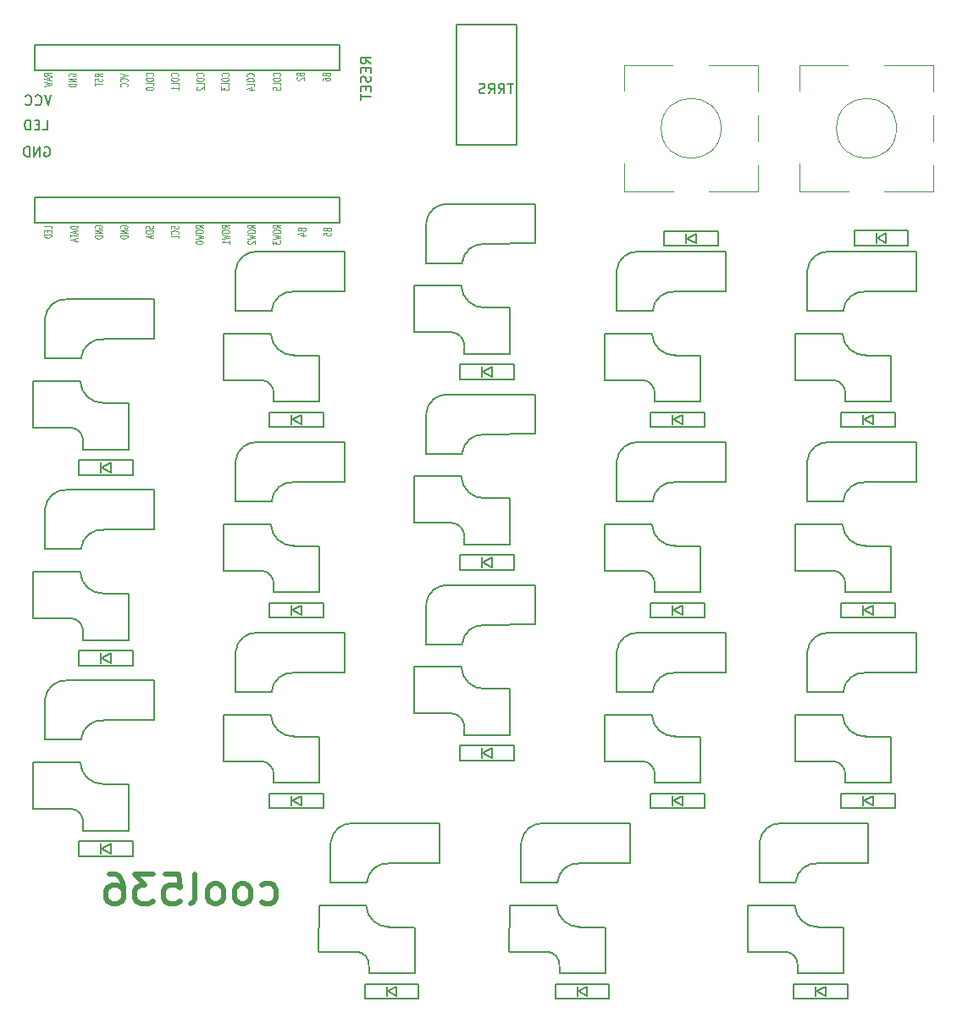
<source format=gbo>
G04 #@! TF.GenerationSoftware,KiCad,Pcbnew,(5.1.6-0-10_14)*
G04 #@! TF.CreationDate,2022-07-31T09:25:34+09:00*
G04 #@! TF.ProjectId,cool536,636f6f6c-3533-4362-9e6b-696361645f70,rev?*
G04 #@! TF.SameCoordinates,Original*
G04 #@! TF.FileFunction,Legend,Bot*
G04 #@! TF.FilePolarity,Positive*
%FSLAX46Y46*%
G04 Gerber Fmt 4.6, Leading zero omitted, Abs format (unit mm)*
G04 Created by KiCad (PCBNEW (5.1.6-0-10_14)) date 2022-07-31 09:25:34*
%MOMM*%
%LPD*%
G01*
G04 APERTURE LIST*
%ADD10C,0.500000*%
%ADD11C,0.150000*%
%ADD12C,0.120000*%
%ADD13C,0.125000*%
G04 APERTURE END LIST*
D10*
X65151428Y-121784285D02*
X65437142Y-121927142D01*
X66008571Y-121927142D01*
X66294285Y-121784285D01*
X66437142Y-121641428D01*
X66580000Y-121355714D01*
X66580000Y-120498571D01*
X66437142Y-120212857D01*
X66294285Y-120070000D01*
X66008571Y-119927142D01*
X65437142Y-119927142D01*
X65151428Y-120070000D01*
X63437142Y-121927142D02*
X63722857Y-121784285D01*
X63865714Y-121641428D01*
X64008571Y-121355714D01*
X64008571Y-120498571D01*
X63865714Y-120212857D01*
X63722857Y-120070000D01*
X63437142Y-119927142D01*
X63008571Y-119927142D01*
X62722857Y-120070000D01*
X62580000Y-120212857D01*
X62437142Y-120498571D01*
X62437142Y-121355714D01*
X62580000Y-121641428D01*
X62722857Y-121784285D01*
X63008571Y-121927142D01*
X63437142Y-121927142D01*
X60722857Y-121927142D02*
X61008571Y-121784285D01*
X61151428Y-121641428D01*
X61294285Y-121355714D01*
X61294285Y-120498571D01*
X61151428Y-120212857D01*
X61008571Y-120070000D01*
X60722857Y-119927142D01*
X60294285Y-119927142D01*
X60008571Y-120070000D01*
X59865714Y-120212857D01*
X59722857Y-120498571D01*
X59722857Y-121355714D01*
X59865714Y-121641428D01*
X60008571Y-121784285D01*
X60294285Y-121927142D01*
X60722857Y-121927142D01*
X58008571Y-121927142D02*
X58294285Y-121784285D01*
X58437142Y-121498571D01*
X58437142Y-118927142D01*
X55437142Y-118927142D02*
X56865714Y-118927142D01*
X57008571Y-120355714D01*
X56865714Y-120212857D01*
X56580000Y-120070000D01*
X55865714Y-120070000D01*
X55580000Y-120212857D01*
X55437142Y-120355714D01*
X55294285Y-120641428D01*
X55294285Y-121355714D01*
X55437142Y-121641428D01*
X55580000Y-121784285D01*
X55865714Y-121927142D01*
X56580000Y-121927142D01*
X56865714Y-121784285D01*
X57008571Y-121641428D01*
X54294285Y-118927142D02*
X52437142Y-118927142D01*
X53437142Y-120070000D01*
X53008571Y-120070000D01*
X52722857Y-120212857D01*
X52580000Y-120355714D01*
X52437142Y-120641428D01*
X52437142Y-121355714D01*
X52580000Y-121641428D01*
X52722857Y-121784285D01*
X53008571Y-121927142D01*
X53865714Y-121927142D01*
X54151428Y-121784285D01*
X54294285Y-121641428D01*
X49865714Y-118927142D02*
X50437142Y-118927142D01*
X50722857Y-119070000D01*
X50865714Y-119212857D01*
X51151428Y-119641428D01*
X51294285Y-120212857D01*
X51294285Y-121355714D01*
X51151428Y-121641428D01*
X51008571Y-121784285D01*
X50722857Y-121927142D01*
X50151428Y-121927142D01*
X49865714Y-121784285D01*
X49722857Y-121641428D01*
X49580000Y-121355714D01*
X49580000Y-120641428D01*
X49722857Y-120355714D01*
X49865714Y-120212857D01*
X50151428Y-120070000D01*
X50722857Y-120070000D01*
X51008571Y-120212857D01*
X51151428Y-120355714D01*
X51294285Y-120641428D01*
D11*
X81550000Y-95974000D02*
X85160000Y-95974000D01*
X81550000Y-92020000D02*
X81550000Y-95965000D01*
X92450000Y-90066000D02*
X83825000Y-90066000D01*
X92450000Y-93974000D02*
X92450000Y-90066000D01*
X92450000Y-94020000D02*
X87400000Y-94066000D01*
X89925000Y-105095000D02*
X85375000Y-105095000D01*
X89925000Y-100445000D02*
X87375000Y-100445000D01*
X85075000Y-98245000D02*
X80375000Y-98245000D01*
X84150000Y-102895000D02*
X80375000Y-102895000D01*
X89950000Y-100470000D02*
X89950000Y-105070000D01*
X80375000Y-98270000D02*
X80350000Y-102870000D01*
X85370000Y-104370000D02*
X85370000Y-105070000D01*
X81561000Y-91950000D02*
G75*
G02*
X83825000Y-90066000I2074000J-190000D01*
G01*
X85165000Y-95950000D02*
G75*
G02*
X87425000Y-94070000I2070000J-190000D01*
G01*
X85080000Y-98270000D02*
G75*
G03*
X87450000Y-100440000I2270000J100000D01*
G01*
X85370000Y-104320000D02*
G75*
G03*
X84150000Y-102900000I-1320000J100000D01*
G01*
X47270000Y-94845000D02*
X47270000Y-95545000D01*
X42275000Y-88745000D02*
X42250000Y-93345000D01*
X51850000Y-90945000D02*
X51850000Y-95545000D01*
X46050000Y-93370000D02*
X42275000Y-93370000D01*
X46975000Y-88720000D02*
X42275000Y-88720000D01*
X51825000Y-90920000D02*
X49275000Y-90920000D01*
X51825000Y-95570000D02*
X47275000Y-95570000D01*
X54350000Y-84495000D02*
X49300000Y-84541000D01*
X54350000Y-84449000D02*
X54350000Y-80541000D01*
X54350000Y-80541000D02*
X45725000Y-80541000D01*
X43450000Y-82495000D02*
X43450000Y-86440000D01*
X43450000Y-86449000D02*
X47060000Y-86449000D01*
X47270000Y-94795000D02*
G75*
G03*
X46050000Y-93375000I-1320000J100000D01*
G01*
X46980000Y-88745000D02*
G75*
G03*
X49350000Y-90915000I2270000J100000D01*
G01*
X47065000Y-86425000D02*
G75*
G02*
X49325000Y-84545000I2070000J-190000D01*
G01*
X43461000Y-82425000D02*
G75*
G02*
X45725000Y-80541000I2074000J-190000D01*
G01*
X62500000Y-81686500D02*
X66110000Y-81686500D01*
X62500000Y-77732500D02*
X62500000Y-81677500D01*
X73400000Y-75778500D02*
X64775000Y-75778500D01*
X73400000Y-79686500D02*
X73400000Y-75778500D01*
X73400000Y-79732500D02*
X68350000Y-79778500D01*
X70875000Y-90807500D02*
X66325000Y-90807500D01*
X70875000Y-86157500D02*
X68325000Y-86157500D01*
X66025000Y-83957500D02*
X61325000Y-83957500D01*
X65100000Y-88607500D02*
X61325000Y-88607500D01*
X70900000Y-86182500D02*
X70900000Y-90782500D01*
X61325000Y-83982500D02*
X61300000Y-88582500D01*
X66320000Y-90082500D02*
X66320000Y-90782500D01*
X62511000Y-77662500D02*
G75*
G02*
X64775000Y-75778500I2074000J-190000D01*
G01*
X66115000Y-81662500D02*
G75*
G02*
X68375000Y-79782500I2070000J-190000D01*
G01*
X66030000Y-83982500D02*
G75*
G03*
X68400000Y-86152500I2270000J100000D01*
G01*
X66320000Y-90032500D02*
G75*
G03*
X65100000Y-88612500I-1320000J100000D01*
G01*
X71300000Y-72782499D02*
X71300000Y-74282499D01*
X65900000Y-72782499D02*
X71300000Y-72782499D01*
X65900000Y-74282499D02*
X65900000Y-72782499D01*
X71300000Y-74282499D02*
X65900000Y-74282499D01*
X68100000Y-74032499D02*
X68100000Y-73032499D01*
X69100000Y-73032499D02*
X68200000Y-73532499D01*
X69100000Y-74032499D02*
X69100000Y-73032499D01*
X68200000Y-73532499D02*
X69100000Y-74032499D01*
X84600000Y-34070000D02*
X90600000Y-34070000D01*
X90600000Y-34070000D02*
X90600000Y-46070000D01*
X90600000Y-46070000D02*
X84600000Y-46070000D01*
X84600000Y-46070000D02*
X84600000Y-34070000D01*
X100600000Y-81686500D02*
X104210000Y-81686500D01*
X100600000Y-77732500D02*
X100600000Y-81677500D01*
X111500000Y-75778500D02*
X102875000Y-75778500D01*
X111500000Y-79686500D02*
X111500000Y-75778500D01*
X111500000Y-79732500D02*
X106450000Y-79778500D01*
X108975000Y-90807500D02*
X104425000Y-90807500D01*
X108975000Y-86157500D02*
X106425000Y-86157500D01*
X104125000Y-83957500D02*
X99425000Y-83957500D01*
X103200000Y-88607500D02*
X99425000Y-88607500D01*
X109000000Y-86182500D02*
X109000000Y-90782500D01*
X99425000Y-83982500D02*
X99400000Y-88582500D01*
X104420000Y-90082500D02*
X104420000Y-90782500D01*
X100611000Y-77662500D02*
G75*
G02*
X102875000Y-75778500I2074000J-190000D01*
G01*
X104215000Y-81662500D02*
G75*
G02*
X106475000Y-79782500I2070000J-190000D01*
G01*
X104130000Y-83982500D02*
G75*
G03*
X106500000Y-86152500I2270000J100000D01*
G01*
X104420000Y-90032500D02*
G75*
G03*
X103200000Y-88612500I-1320000J100000D01*
G01*
X94895000Y-128182500D02*
X94895000Y-128882500D01*
X89900000Y-122082500D02*
X89875000Y-126682500D01*
X99475000Y-124282500D02*
X99475000Y-128882500D01*
X93675000Y-126707500D02*
X89900000Y-126707500D01*
X94600000Y-122057500D02*
X89900000Y-122057500D01*
X99450000Y-124257500D02*
X96900000Y-124257500D01*
X99450000Y-128907500D02*
X94900000Y-128907500D01*
X101975000Y-117832500D02*
X96925000Y-117878500D01*
X101975000Y-117786500D02*
X101975000Y-113878500D01*
X101975000Y-113878500D02*
X93350000Y-113878500D01*
X91075000Y-115832500D02*
X91075000Y-119777500D01*
X91075000Y-119786500D02*
X94685000Y-119786500D01*
X94895000Y-128132500D02*
G75*
G03*
X93675000Y-126712500I-1320000J100000D01*
G01*
X94605000Y-122082500D02*
G75*
G03*
X96975000Y-124252500I2270000J100000D01*
G01*
X94690000Y-119762500D02*
G75*
G02*
X96950000Y-117882500I2070000J-190000D01*
G01*
X91086000Y-115762500D02*
G75*
G02*
X93350000Y-113878500I2074000J-190000D01*
G01*
X75845000Y-128182500D02*
X75845000Y-128882500D01*
X70850000Y-122082500D02*
X70825000Y-126682500D01*
X80425000Y-124282500D02*
X80425000Y-128882500D01*
X74625000Y-126707500D02*
X70850000Y-126707500D01*
X75550000Y-122057500D02*
X70850000Y-122057500D01*
X80400000Y-124257500D02*
X77850000Y-124257500D01*
X80400000Y-128907500D02*
X75850000Y-128907500D01*
X82925000Y-117832500D02*
X77875000Y-117878500D01*
X82925000Y-117786500D02*
X82925000Y-113878500D01*
X82925000Y-113878500D02*
X74300000Y-113878500D01*
X72025000Y-115832500D02*
X72025000Y-119777500D01*
X72025000Y-119786500D02*
X75635000Y-119786500D01*
X75845000Y-128132500D02*
G75*
G03*
X74625000Y-126712500I-1320000J100000D01*
G01*
X75555000Y-122082500D02*
G75*
G03*
X77925000Y-124252500I2270000J100000D01*
G01*
X75640000Y-119762500D02*
G75*
G02*
X77900000Y-117882500I2070000J-190000D01*
G01*
X72036000Y-115762500D02*
G75*
G02*
X74300000Y-113878500I2074000J-190000D01*
G01*
X119650000Y-100736500D02*
X123260000Y-100736500D01*
X119650000Y-96782500D02*
X119650000Y-100727500D01*
X130550000Y-94828500D02*
X121925000Y-94828500D01*
X130550000Y-98736500D02*
X130550000Y-94828500D01*
X130550000Y-98782500D02*
X125500000Y-98828500D01*
X128025000Y-109857500D02*
X123475000Y-109857500D01*
X128025000Y-105207500D02*
X125475000Y-105207500D01*
X123175000Y-103007500D02*
X118475000Y-103007500D01*
X122250000Y-107657500D02*
X118475000Y-107657500D01*
X128050000Y-105232500D02*
X128050000Y-109832500D01*
X118475000Y-103032500D02*
X118450000Y-107632500D01*
X123470000Y-109132500D02*
X123470000Y-109832500D01*
X119661000Y-96712500D02*
G75*
G02*
X121925000Y-94828500I2074000J-190000D01*
G01*
X123265000Y-100712500D02*
G75*
G02*
X125525000Y-98832500I2070000J-190000D01*
G01*
X123180000Y-103032500D02*
G75*
G03*
X125550000Y-105202500I2270000J100000D01*
G01*
X123470000Y-109082500D02*
G75*
G03*
X122250000Y-107662500I-1320000J100000D01*
G01*
X119650000Y-62636499D02*
X123260000Y-62636499D01*
X119650000Y-58682499D02*
X119650000Y-62627499D01*
X130550000Y-56728499D02*
X121925000Y-56728499D01*
X130550000Y-60636499D02*
X130550000Y-56728499D01*
X130550000Y-60682499D02*
X125500000Y-60728499D01*
X128025000Y-71757499D02*
X123475000Y-71757499D01*
X128025000Y-67107499D02*
X125475000Y-67107499D01*
X123175000Y-64907499D02*
X118475000Y-64907499D01*
X122250000Y-69557499D02*
X118475000Y-69557499D01*
X128050000Y-67132499D02*
X128050000Y-71732499D01*
X118475000Y-64932499D02*
X118450000Y-69532499D01*
X123470000Y-71032499D02*
X123470000Y-71732499D01*
X119661000Y-58612499D02*
G75*
G02*
X121925000Y-56728499I2074000J-190000D01*
G01*
X123265000Y-62612499D02*
G75*
G02*
X125525000Y-60732499I2070000J-190000D01*
G01*
X123180000Y-64932499D02*
G75*
G03*
X125550000Y-67102499I2270000J100000D01*
G01*
X123470000Y-70982499D02*
G75*
G03*
X122250000Y-69562499I-1320000J100000D01*
G01*
X66320000Y-109132500D02*
X66320000Y-109832500D01*
X61325000Y-103032500D02*
X61300000Y-107632500D01*
X70900000Y-105232500D02*
X70900000Y-109832500D01*
X65100000Y-107657500D02*
X61325000Y-107657500D01*
X66025000Y-103007500D02*
X61325000Y-103007500D01*
X70875000Y-105207500D02*
X68325000Y-105207500D01*
X70875000Y-109857500D02*
X66325000Y-109857500D01*
X73400000Y-98782500D02*
X68350000Y-98828500D01*
X73400000Y-98736500D02*
X73400000Y-94828500D01*
X73400000Y-94828500D02*
X64775000Y-94828500D01*
X62500000Y-96782500D02*
X62500000Y-100727500D01*
X62500000Y-100736500D02*
X66110000Y-100736500D01*
X66320000Y-109082500D02*
G75*
G03*
X65100000Y-107662500I-1320000J100000D01*
G01*
X66030000Y-103032500D02*
G75*
G03*
X68400000Y-105202500I2270000J100000D01*
G01*
X66115000Y-100712500D02*
G75*
G02*
X68375000Y-98832500I2070000J-190000D01*
G01*
X62511000Y-96712500D02*
G75*
G02*
X64775000Y-94828500I2074000J-190000D01*
G01*
X100600000Y-100736500D02*
X104210000Y-100736500D01*
X100600000Y-96782500D02*
X100600000Y-100727500D01*
X111500000Y-94828500D02*
X102875000Y-94828500D01*
X111500000Y-98736500D02*
X111500000Y-94828500D01*
X111500000Y-98782500D02*
X106450000Y-98828500D01*
X108975000Y-109857500D02*
X104425000Y-109857500D01*
X108975000Y-105207500D02*
X106425000Y-105207500D01*
X104125000Y-103007500D02*
X99425000Y-103007500D01*
X103200000Y-107657500D02*
X99425000Y-107657500D01*
X109000000Y-105232500D02*
X109000000Y-109832500D01*
X99425000Y-103032500D02*
X99400000Y-107632500D01*
X104420000Y-109132500D02*
X104420000Y-109832500D01*
X100611000Y-96712500D02*
G75*
G02*
X102875000Y-94828500I2074000J-190000D01*
G01*
X104215000Y-100712500D02*
G75*
G02*
X106475000Y-98832500I2070000J-190000D01*
G01*
X104130000Y-103032500D02*
G75*
G03*
X106500000Y-105202500I2270000J100000D01*
G01*
X104420000Y-109082500D02*
G75*
G03*
X103200000Y-107662500I-1320000J100000D01*
G01*
X119650000Y-81686500D02*
X123260000Y-81686500D01*
X119650000Y-77732500D02*
X119650000Y-81677500D01*
X130550000Y-75778500D02*
X121925000Y-75778500D01*
X130550000Y-79686500D02*
X130550000Y-75778500D01*
X130550000Y-79732500D02*
X125500000Y-79778500D01*
X128025000Y-90807500D02*
X123475000Y-90807500D01*
X128025000Y-86157500D02*
X125475000Y-86157500D01*
X123175000Y-83957500D02*
X118475000Y-83957500D01*
X122250000Y-88607500D02*
X118475000Y-88607500D01*
X128050000Y-86182500D02*
X128050000Y-90782500D01*
X118475000Y-83982500D02*
X118450000Y-88582500D01*
X123470000Y-90082500D02*
X123470000Y-90782500D01*
X119661000Y-77662500D02*
G75*
G02*
X121925000Y-75778500I2074000J-190000D01*
G01*
X123265000Y-81662500D02*
G75*
G02*
X125525000Y-79782500I2070000J-190000D01*
G01*
X123180000Y-83982500D02*
G75*
G03*
X125550000Y-86152500I2270000J100000D01*
G01*
X123470000Y-90032500D02*
G75*
G03*
X122250000Y-88612500I-1320000J100000D01*
G01*
X43450000Y-105499000D02*
X47060000Y-105499000D01*
X43450000Y-101545000D02*
X43450000Y-105490000D01*
X54350000Y-99591000D02*
X45725000Y-99591000D01*
X54350000Y-103499000D02*
X54350000Y-99591000D01*
X54350000Y-103545000D02*
X49300000Y-103591000D01*
X51825000Y-114620000D02*
X47275000Y-114620000D01*
X51825000Y-109970000D02*
X49275000Y-109970000D01*
X46975000Y-107770000D02*
X42275000Y-107770000D01*
X46050000Y-112420000D02*
X42275000Y-112420000D01*
X51850000Y-109995000D02*
X51850000Y-114595000D01*
X42275000Y-107795000D02*
X42250000Y-112395000D01*
X47270000Y-113895000D02*
X47270000Y-114595000D01*
X43461000Y-101475000D02*
G75*
G02*
X45725000Y-99591000I2074000J-190000D01*
G01*
X47065000Y-105475000D02*
G75*
G02*
X49325000Y-103595000I2070000J-190000D01*
G01*
X46980000Y-107795000D02*
G75*
G03*
X49350000Y-109965000I2270000J100000D01*
G01*
X47270000Y-113845000D02*
G75*
G03*
X46050000Y-112425000I-1320000J100000D01*
G01*
X81550000Y-76924000D02*
X85160000Y-76924000D01*
X81550000Y-72970000D02*
X81550000Y-76915000D01*
X92450000Y-71016000D02*
X83825000Y-71016000D01*
X92450000Y-74924000D02*
X92450000Y-71016000D01*
X92450000Y-74970000D02*
X87400000Y-75016000D01*
X89925000Y-86045000D02*
X85375000Y-86045000D01*
X89925000Y-81395000D02*
X87375000Y-81395000D01*
X85075000Y-79195000D02*
X80375000Y-79195000D01*
X84150000Y-83845000D02*
X80375000Y-83845000D01*
X89950000Y-81420000D02*
X89950000Y-86020000D01*
X80375000Y-79220000D02*
X80350000Y-83820000D01*
X85370000Y-85320000D02*
X85370000Y-86020000D01*
X81561000Y-72900000D02*
G75*
G02*
X83825000Y-71016000I2074000J-190000D01*
G01*
X85165000Y-76900000D02*
G75*
G02*
X87425000Y-75020000I2070000J-190000D01*
G01*
X85080000Y-79220000D02*
G75*
G03*
X87450000Y-81390000I2270000J100000D01*
G01*
X85370000Y-85270000D02*
G75*
G03*
X84150000Y-83850000I-1320000J100000D01*
G01*
X109400000Y-91832500D02*
X109400000Y-93332500D01*
X104000000Y-91832500D02*
X109400000Y-91832500D01*
X104000000Y-93332500D02*
X104000000Y-91832500D01*
X109400000Y-93332500D02*
X104000000Y-93332500D01*
X106200000Y-93082500D02*
X106200000Y-92082500D01*
X107200000Y-92082500D02*
X106300000Y-92582500D01*
X107200000Y-93082500D02*
X107200000Y-92082500D01*
X106300000Y-92582500D02*
X107200000Y-93082500D01*
X128450000Y-91832500D02*
X128450000Y-93332500D01*
X123050000Y-91832500D02*
X128450000Y-91832500D01*
X123050000Y-93332500D02*
X123050000Y-91832500D01*
X128450000Y-93332500D02*
X123050000Y-93332500D01*
X125250000Y-93082500D02*
X125250000Y-92082500D01*
X126250000Y-92082500D02*
X125350000Y-92582500D01*
X126250000Y-93082500D02*
X126250000Y-92082500D01*
X125350000Y-92582500D02*
X126250000Y-93082500D01*
X99875000Y-129932500D02*
X99875000Y-131432500D01*
X94475000Y-129932500D02*
X99875000Y-129932500D01*
X94475000Y-131432500D02*
X94475000Y-129932500D01*
X99875000Y-131432500D02*
X94475000Y-131432500D01*
X96675000Y-131182500D02*
X96675000Y-130182500D01*
X97675000Y-130182500D02*
X96775000Y-130682500D01*
X97675000Y-131182500D02*
X97675000Y-130182500D01*
X96775000Y-130682500D02*
X97675000Y-131182500D01*
X123688000Y-129932500D02*
X123688000Y-131432500D01*
X118288000Y-129932500D02*
X123688000Y-129932500D01*
X118288000Y-131432500D02*
X118288000Y-129932500D01*
X123688000Y-131432500D02*
X118288000Y-131432500D01*
X120488000Y-131182500D02*
X120488000Y-130182500D01*
X121488000Y-130182500D02*
X120588000Y-130682500D01*
X121488000Y-131182500D02*
X121488000Y-130182500D01*
X120588000Y-130682500D02*
X121488000Y-131182500D01*
X110720000Y-56170000D02*
X110720000Y-54670000D01*
X105320000Y-56170000D02*
X110720000Y-56170000D01*
X105320000Y-54670000D02*
X105320000Y-56170000D01*
X110720000Y-54670000D02*
X105320000Y-54670000D01*
X107520000Y-54920000D02*
X107520000Y-55920000D01*
X108520000Y-55920000D02*
X107620000Y-55420000D01*
X108520000Y-54920000D02*
X108520000Y-55920000D01*
X107620000Y-55420000D02*
X108520000Y-54920000D01*
X129760000Y-56150000D02*
X129760000Y-54650000D01*
X124360000Y-56150000D02*
X129760000Y-56150000D01*
X124360000Y-54650000D02*
X124360000Y-56150000D01*
X129760000Y-54650000D02*
X124360000Y-54650000D01*
X126560000Y-54900000D02*
X126560000Y-55900000D01*
X127560000Y-55900000D02*
X126660000Y-55400000D01*
X127560000Y-54900000D02*
X127560000Y-55900000D01*
X126660000Y-55400000D02*
X127560000Y-54900000D01*
D12*
X118890000Y-50710000D02*
X118890000Y-47910000D01*
X123790000Y-50710000D02*
X118890000Y-50710000D01*
X132290000Y-50710000D02*
X127390000Y-50710000D01*
X132290000Y-48110000D02*
X132290000Y-50710000D01*
X132290000Y-43110000D02*
X132290000Y-45710000D01*
X132290000Y-38110000D02*
X132290000Y-40710000D01*
X127390000Y-38110000D02*
X132290000Y-38110000D01*
X123690000Y-38110000D02*
X118890000Y-38110000D01*
X118890000Y-38110000D02*
X118890000Y-40610000D01*
X128590000Y-44410000D02*
G75*
G03*
X128590000Y-44410000I-3000000J0D01*
G01*
X114760000Y-43110000D02*
X114760000Y-45710000D01*
X114760000Y-50710000D02*
X109860000Y-50710000D01*
X114760000Y-48110000D02*
X114760000Y-50710000D01*
X114760000Y-38110000D02*
X114760000Y-40710000D01*
X109860000Y-38110000D02*
X114760000Y-38110000D01*
X106160000Y-38110000D02*
X101360000Y-38110000D01*
X101360000Y-38110000D02*
X101360000Y-40610000D01*
X111060000Y-44410000D02*
G75*
G03*
X111060000Y-44410000I-3000000J0D01*
G01*
X106260000Y-50710000D02*
X101360000Y-50710000D01*
X101360000Y-50710000D02*
X101360000Y-47910000D01*
D11*
X52250000Y-115645000D02*
X52250000Y-117145000D01*
X46850000Y-115645000D02*
X52250000Y-115645000D01*
X46850000Y-117145000D02*
X46850000Y-115645000D01*
X52250000Y-117145000D02*
X46850000Y-117145000D01*
X49050000Y-116895000D02*
X49050000Y-115895000D01*
X50050000Y-115895000D02*
X49150000Y-116395000D01*
X50050000Y-116895000D02*
X50050000Y-115895000D01*
X49150000Y-116395000D02*
X50050000Y-116895000D01*
X90350000Y-68020000D02*
X90350000Y-69520000D01*
X84950000Y-68020000D02*
X90350000Y-68020000D01*
X84950000Y-69520000D02*
X84950000Y-68020000D01*
X90350000Y-69520000D02*
X84950000Y-69520000D01*
X87150000Y-69270000D02*
X87150000Y-68270000D01*
X88150000Y-68270000D02*
X87250000Y-68770000D01*
X88150000Y-69270000D02*
X88150000Y-68270000D01*
X87250000Y-68770000D02*
X88150000Y-69270000D01*
X109400000Y-72782499D02*
X109400000Y-74282499D01*
X104000000Y-72782499D02*
X109400000Y-72782499D01*
X104000000Y-74282499D02*
X104000000Y-72782499D01*
X109400000Y-74282499D02*
X104000000Y-74282499D01*
X106200000Y-74032499D02*
X106200000Y-73032499D01*
X107200000Y-73032499D02*
X106300000Y-73532499D01*
X107200000Y-74032499D02*
X107200000Y-73032499D01*
X106300000Y-73532499D02*
X107200000Y-74032499D01*
X52250000Y-96595000D02*
X52250000Y-98095000D01*
X46850000Y-96595000D02*
X52250000Y-96595000D01*
X46850000Y-98095000D02*
X46850000Y-96595000D01*
X52250000Y-98095000D02*
X46850000Y-98095000D01*
X49050000Y-97845000D02*
X49050000Y-96845000D01*
X50050000Y-96845000D02*
X49150000Y-97345000D01*
X50050000Y-97845000D02*
X50050000Y-96845000D01*
X49150000Y-97345000D02*
X50050000Y-97845000D01*
X128450000Y-72782499D02*
X128450000Y-74282499D01*
X123050000Y-72782499D02*
X128450000Y-72782499D01*
X123050000Y-74282499D02*
X123050000Y-72782499D01*
X128450000Y-74282499D02*
X123050000Y-74282499D01*
X125250000Y-74032499D02*
X125250000Y-73032499D01*
X126250000Y-73032499D02*
X125350000Y-73532499D01*
X126250000Y-74032499D02*
X126250000Y-73032499D01*
X125350000Y-73532499D02*
X126250000Y-74032499D01*
X90350000Y-87070000D02*
X90350000Y-88570000D01*
X84950000Y-87070000D02*
X90350000Y-87070000D01*
X84950000Y-88570000D02*
X84950000Y-87070000D01*
X90350000Y-88570000D02*
X84950000Y-88570000D01*
X87150000Y-88320000D02*
X87150000Y-87320000D01*
X88150000Y-87320000D02*
X87250000Y-87820000D01*
X88150000Y-88320000D02*
X88150000Y-87320000D01*
X87250000Y-87820000D02*
X88150000Y-88320000D01*
X71300000Y-91832500D02*
X71300000Y-93332500D01*
X65900000Y-91832500D02*
X71300000Y-91832500D01*
X65900000Y-93332500D02*
X65900000Y-91832500D01*
X71300000Y-93332500D02*
X65900000Y-93332500D01*
X68100000Y-93082500D02*
X68100000Y-92082500D01*
X69100000Y-92082500D02*
X68200000Y-92582500D01*
X69100000Y-93082500D02*
X69100000Y-92082500D01*
X68200000Y-92582500D02*
X69100000Y-93082500D01*
X71300000Y-110882500D02*
X71300000Y-112382500D01*
X65900000Y-110882500D02*
X71300000Y-110882500D01*
X65900000Y-112382500D02*
X65900000Y-110882500D01*
X71300000Y-112382500D02*
X65900000Y-112382500D01*
X68100000Y-112132500D02*
X68100000Y-111132500D01*
X69100000Y-111132500D02*
X68200000Y-111632500D01*
X69100000Y-112132500D02*
X69100000Y-111132500D01*
X68200000Y-111632500D02*
X69100000Y-112132500D01*
X90350000Y-106120000D02*
X90350000Y-107620000D01*
X84950000Y-106120000D02*
X90350000Y-106120000D01*
X84950000Y-107620000D02*
X84950000Y-106120000D01*
X90350000Y-107620000D02*
X84950000Y-107620000D01*
X87150000Y-107370000D02*
X87150000Y-106370000D01*
X88150000Y-106370000D02*
X87250000Y-106870000D01*
X88150000Y-107370000D02*
X88150000Y-106370000D01*
X87250000Y-106870000D02*
X88150000Y-107370000D01*
X109400000Y-110882500D02*
X109400000Y-112382500D01*
X104000000Y-110882500D02*
X109400000Y-110882500D01*
X104000000Y-112382500D02*
X104000000Y-110882500D01*
X109400000Y-112382500D02*
X104000000Y-112382500D01*
X106200000Y-112132500D02*
X106200000Y-111132500D01*
X107200000Y-111132500D02*
X106300000Y-111632500D01*
X107200000Y-112132500D02*
X107200000Y-111132500D01*
X106300000Y-111632500D02*
X107200000Y-112132500D01*
X128450000Y-110882500D02*
X128450000Y-112382500D01*
X123050000Y-110882500D02*
X128450000Y-110882500D01*
X123050000Y-112382500D02*
X123050000Y-110882500D01*
X128450000Y-112382500D02*
X123050000Y-112382500D01*
X125250000Y-112132500D02*
X125250000Y-111132500D01*
X126250000Y-111132500D02*
X125350000Y-111632500D01*
X126250000Y-112132500D02*
X126250000Y-111132500D01*
X125350000Y-111632500D02*
X126250000Y-112132500D01*
X80825000Y-129932500D02*
X80825000Y-131432500D01*
X75425000Y-129932500D02*
X80825000Y-129932500D01*
X75425000Y-131432500D02*
X75425000Y-129932500D01*
X80825000Y-131432500D02*
X75425000Y-131432500D01*
X77625000Y-131182500D02*
X77625000Y-130182500D01*
X78625000Y-130182500D02*
X77725000Y-130682500D01*
X78625000Y-131182500D02*
X78625000Y-130182500D01*
X77725000Y-130682500D02*
X78625000Y-131182500D01*
X72902000Y-53870000D02*
X42422000Y-53870000D01*
X72902000Y-51330000D02*
X72902000Y-53870000D01*
X42422000Y-51330000D02*
X72902000Y-51330000D01*
X42422000Y-53870000D02*
X42422000Y-51330000D01*
X72902000Y-38630000D02*
X42422000Y-38630000D01*
X72902000Y-36090000D02*
X72902000Y-38630000D01*
X42422000Y-36090000D02*
X72902000Y-36090000D01*
X42422000Y-38630000D02*
X42422000Y-36090000D01*
X52250000Y-77545000D02*
X52250000Y-79045000D01*
X46850000Y-77545000D02*
X52250000Y-77545000D01*
X46850000Y-79045000D02*
X46850000Y-77545000D01*
X52250000Y-79045000D02*
X46850000Y-79045000D01*
X49050000Y-78795000D02*
X49050000Y-77795000D01*
X50050000Y-77795000D02*
X49150000Y-78295000D01*
X50050000Y-78795000D02*
X50050000Y-77795000D01*
X49150000Y-78295000D02*
X50050000Y-78795000D01*
X114888000Y-119786500D02*
X118498000Y-119786500D01*
X114888000Y-115832500D02*
X114888000Y-119777500D01*
X125788000Y-113878500D02*
X117163000Y-113878500D01*
X125788000Y-117786500D02*
X125788000Y-113878500D01*
X125788000Y-117832500D02*
X120738000Y-117878500D01*
X123263000Y-128907500D02*
X118713000Y-128907500D01*
X123263000Y-124257500D02*
X120713000Y-124257500D01*
X118413000Y-122057500D02*
X113713000Y-122057500D01*
X117488000Y-126707500D02*
X113713000Y-126707500D01*
X123288000Y-124282500D02*
X123288000Y-128882500D01*
X113713000Y-122082500D02*
X113688000Y-126682500D01*
X118708000Y-128182500D02*
X118708000Y-128882500D01*
X114899000Y-115762500D02*
G75*
G02*
X117163000Y-113878500I2074000J-190000D01*
G01*
X118503000Y-119762500D02*
G75*
G02*
X120763000Y-117882500I2070000J-190000D01*
G01*
X118418000Y-122082500D02*
G75*
G03*
X120788000Y-124252500I2270000J100000D01*
G01*
X118708000Y-128132500D02*
G75*
G03*
X117488000Y-126712500I-1320000J100000D01*
G01*
X66320000Y-71032499D02*
X66320000Y-71732499D01*
X61325000Y-64932499D02*
X61300000Y-69532499D01*
X70900000Y-67132499D02*
X70900000Y-71732499D01*
X65100000Y-69557499D02*
X61325000Y-69557499D01*
X66025000Y-64907499D02*
X61325000Y-64907499D01*
X70875000Y-67107499D02*
X68325000Y-67107499D01*
X70875000Y-71757499D02*
X66325000Y-71757499D01*
X73400000Y-60682499D02*
X68350000Y-60728499D01*
X73400000Y-60636499D02*
X73400000Y-56728499D01*
X73400000Y-56728499D02*
X64775000Y-56728499D01*
X62500000Y-58682499D02*
X62500000Y-62627499D01*
X62500000Y-62636499D02*
X66110000Y-62636499D01*
X66320000Y-70982499D02*
G75*
G03*
X65100000Y-69562499I-1320000J100000D01*
G01*
X66030000Y-64932499D02*
G75*
G03*
X68400000Y-67102499I2270000J100000D01*
G01*
X66115000Y-62612499D02*
G75*
G02*
X68375000Y-60732499I2070000J-190000D01*
G01*
X62511000Y-58612499D02*
G75*
G02*
X64775000Y-56728499I2074000J-190000D01*
G01*
X85370000Y-66270000D02*
X85370000Y-66970000D01*
X80375000Y-60170000D02*
X80350000Y-64770000D01*
X89950000Y-62370000D02*
X89950000Y-66970000D01*
X84150000Y-64795000D02*
X80375000Y-64795000D01*
X85075000Y-60145000D02*
X80375000Y-60145000D01*
X89925000Y-62345000D02*
X87375000Y-62345000D01*
X89925000Y-66995000D02*
X85375000Y-66995000D01*
X92450000Y-55920000D02*
X87400000Y-55966000D01*
X92450000Y-55874000D02*
X92450000Y-51966000D01*
X92450000Y-51966000D02*
X83825000Y-51966000D01*
X81550000Y-53920000D02*
X81550000Y-57865000D01*
X81550000Y-57874000D02*
X85160000Y-57874000D01*
X85370000Y-66220000D02*
G75*
G03*
X84150000Y-64800000I-1320000J100000D01*
G01*
X85080000Y-60170000D02*
G75*
G03*
X87450000Y-62340000I2270000J100000D01*
G01*
X85165000Y-57850000D02*
G75*
G02*
X87425000Y-55970000I2070000J-190000D01*
G01*
X81561000Y-53850000D02*
G75*
G02*
X83825000Y-51966000I2074000J-190000D01*
G01*
X104420000Y-71032499D02*
X104420000Y-71732499D01*
X99425000Y-64932499D02*
X99400000Y-69532499D01*
X109000000Y-67132499D02*
X109000000Y-71732499D01*
X103200000Y-69557499D02*
X99425000Y-69557499D01*
X104125000Y-64907499D02*
X99425000Y-64907499D01*
X108975000Y-67107499D02*
X106425000Y-67107499D01*
X108975000Y-71757499D02*
X104425000Y-71757499D01*
X111500000Y-60682499D02*
X106450000Y-60728499D01*
X111500000Y-60636499D02*
X111500000Y-56728499D01*
X111500000Y-56728499D02*
X102875000Y-56728499D01*
X100600000Y-58682499D02*
X100600000Y-62627499D01*
X100600000Y-62636499D02*
X104210000Y-62636499D01*
X104420000Y-70982499D02*
G75*
G03*
X103200000Y-69562499I-1320000J100000D01*
G01*
X104130000Y-64932499D02*
G75*
G03*
X106500000Y-67102499I2270000J100000D01*
G01*
X104215000Y-62612499D02*
G75*
G02*
X106475000Y-60732499I2070000J-190000D01*
G01*
X100611000Y-58612499D02*
G75*
G02*
X102875000Y-56728499I2074000J-190000D01*
G01*
X47270000Y-75795000D02*
X47270000Y-76495000D01*
X42275000Y-69695000D02*
X42250000Y-74295000D01*
X51850000Y-71895000D02*
X51850000Y-76495000D01*
X46050000Y-74320000D02*
X42275000Y-74320000D01*
X46975000Y-69670000D02*
X42275000Y-69670000D01*
X51825000Y-71870000D02*
X49275000Y-71870000D01*
X51825000Y-76520000D02*
X47275000Y-76520000D01*
X54350000Y-65445000D02*
X49300000Y-65491000D01*
X54350000Y-65399000D02*
X54350000Y-61491000D01*
X54350000Y-61491000D02*
X45725000Y-61491000D01*
X43450000Y-63445000D02*
X43450000Y-67390000D01*
X43450000Y-67399000D02*
X47060000Y-67399000D01*
X47270000Y-75745000D02*
G75*
G03*
X46050000Y-74325000I-1320000J100000D01*
G01*
X46980000Y-69695000D02*
G75*
G03*
X49350000Y-71865000I2270000J100000D01*
G01*
X47065000Y-67375000D02*
G75*
G02*
X49325000Y-65495000I2070000J-190000D01*
G01*
X43461000Y-63375000D02*
G75*
G02*
X45725000Y-61491000I2074000J-190000D01*
G01*
X76022380Y-37937619D02*
X75546190Y-37604285D01*
X76022380Y-37366190D02*
X75022380Y-37366190D01*
X75022380Y-37747142D01*
X75070000Y-37842380D01*
X75117619Y-37890000D01*
X75212857Y-37937619D01*
X75355714Y-37937619D01*
X75450952Y-37890000D01*
X75498571Y-37842380D01*
X75546190Y-37747142D01*
X75546190Y-37366190D01*
X75498571Y-38366190D02*
X75498571Y-38699523D01*
X76022380Y-38842380D02*
X76022380Y-38366190D01*
X75022380Y-38366190D01*
X75022380Y-38842380D01*
X75974761Y-39223333D02*
X76022380Y-39366190D01*
X76022380Y-39604285D01*
X75974761Y-39699523D01*
X75927142Y-39747142D01*
X75831904Y-39794761D01*
X75736666Y-39794761D01*
X75641428Y-39747142D01*
X75593809Y-39699523D01*
X75546190Y-39604285D01*
X75498571Y-39413809D01*
X75450952Y-39318571D01*
X75403333Y-39270952D01*
X75308095Y-39223333D01*
X75212857Y-39223333D01*
X75117619Y-39270952D01*
X75070000Y-39318571D01*
X75022380Y-39413809D01*
X75022380Y-39651904D01*
X75070000Y-39794761D01*
X75498571Y-40223333D02*
X75498571Y-40556666D01*
X76022380Y-40699523D02*
X76022380Y-40223333D01*
X75022380Y-40223333D01*
X75022380Y-40699523D01*
X75022380Y-40985238D02*
X75022380Y-41556666D01*
X76022380Y-41270952D02*
X75022380Y-41270952D01*
X90286404Y-39935880D02*
X89714976Y-39935880D01*
X90000690Y-40935880D02*
X90000690Y-39935880D01*
X88810214Y-40935880D02*
X89143547Y-40459690D01*
X89381642Y-40935880D02*
X89381642Y-39935880D01*
X89000690Y-39935880D01*
X88905452Y-39983500D01*
X88857833Y-40031119D01*
X88810214Y-40126357D01*
X88810214Y-40269214D01*
X88857833Y-40364452D01*
X88905452Y-40412071D01*
X89000690Y-40459690D01*
X89381642Y-40459690D01*
X87810214Y-40935880D02*
X88143547Y-40459690D01*
X88381642Y-40935880D02*
X88381642Y-39935880D01*
X88000690Y-39935880D01*
X87905452Y-39983500D01*
X87857833Y-40031119D01*
X87810214Y-40126357D01*
X87810214Y-40269214D01*
X87857833Y-40364452D01*
X87905452Y-40412071D01*
X88000690Y-40459690D01*
X88381642Y-40459690D01*
X87429261Y-40888261D02*
X87286404Y-40935880D01*
X87048309Y-40935880D01*
X86953071Y-40888261D01*
X86905452Y-40840642D01*
X86857833Y-40745404D01*
X86857833Y-40650166D01*
X86905452Y-40554928D01*
X86953071Y-40507309D01*
X87048309Y-40459690D01*
X87238785Y-40412071D01*
X87334023Y-40364452D01*
X87381642Y-40316833D01*
X87429261Y-40221595D01*
X87429261Y-40126357D01*
X87381642Y-40031119D01*
X87334023Y-39983500D01*
X87238785Y-39935880D01*
X87000690Y-39935880D01*
X86857833Y-39983500D01*
X43411904Y-46280000D02*
X43507142Y-46232380D01*
X43650000Y-46232380D01*
X43792857Y-46280000D01*
X43888095Y-46375238D01*
X43935714Y-46470476D01*
X43983333Y-46660952D01*
X43983333Y-46803809D01*
X43935714Y-46994285D01*
X43888095Y-47089523D01*
X43792857Y-47184761D01*
X43650000Y-47232380D01*
X43554761Y-47232380D01*
X43411904Y-47184761D01*
X43364285Y-47137142D01*
X43364285Y-46803809D01*
X43554761Y-46803809D01*
X42935714Y-47232380D02*
X42935714Y-46232380D01*
X42364285Y-47232380D01*
X42364285Y-46232380D01*
X41888095Y-47232380D02*
X41888095Y-46232380D01*
X41650000Y-46232380D01*
X41507142Y-46280000D01*
X41411904Y-46375238D01*
X41364285Y-46470476D01*
X41316666Y-46660952D01*
X41316666Y-46803809D01*
X41364285Y-46994285D01*
X41411904Y-47089523D01*
X41507142Y-47184761D01*
X41650000Y-47232380D01*
X41888095Y-47232380D01*
X43232857Y-44572380D02*
X43709047Y-44572380D01*
X43709047Y-43572380D01*
X42899523Y-44048571D02*
X42566190Y-44048571D01*
X42423333Y-44572380D02*
X42899523Y-44572380D01*
X42899523Y-43572380D01*
X42423333Y-43572380D01*
X41994761Y-44572380D02*
X41994761Y-43572380D01*
X41756666Y-43572380D01*
X41613809Y-43620000D01*
X41518571Y-43715238D01*
X41470952Y-43810476D01*
X41423333Y-44000952D01*
X41423333Y-44143809D01*
X41470952Y-44334285D01*
X41518571Y-44429523D01*
X41613809Y-44524761D01*
X41756666Y-44572380D01*
X41994761Y-44572380D01*
X44083333Y-41102380D02*
X43750000Y-42102380D01*
X43416666Y-41102380D01*
X42511904Y-42007142D02*
X42559523Y-42054761D01*
X42702380Y-42102380D01*
X42797619Y-42102380D01*
X42940476Y-42054761D01*
X43035714Y-41959523D01*
X43083333Y-41864285D01*
X43130952Y-41673809D01*
X43130952Y-41530952D01*
X43083333Y-41340476D01*
X43035714Y-41245238D01*
X42940476Y-41150000D01*
X42797619Y-41102380D01*
X42702380Y-41102380D01*
X42559523Y-41150000D01*
X42511904Y-41197619D01*
X41511904Y-42007142D02*
X41559523Y-42054761D01*
X41702380Y-42102380D01*
X41797619Y-42102380D01*
X41940476Y-42054761D01*
X42035714Y-41959523D01*
X42083333Y-41864285D01*
X42130952Y-41673809D01*
X42130952Y-41530952D01*
X42083333Y-41340476D01*
X42035714Y-41245238D01*
X41940476Y-41150000D01*
X41797619Y-41102380D01*
X41702380Y-41102380D01*
X41559523Y-41150000D01*
X41511904Y-41197619D01*
D13*
X61874785Y-54379047D02*
X61517642Y-54212380D01*
X61874785Y-54093333D02*
X61124785Y-54093333D01*
X61124785Y-54283809D01*
X61160500Y-54331428D01*
X61196214Y-54355238D01*
X61267642Y-54379047D01*
X61374785Y-54379047D01*
X61446214Y-54355238D01*
X61481928Y-54331428D01*
X61517642Y-54283809D01*
X61517642Y-54093333D01*
X61124785Y-54688571D02*
X61124785Y-54783809D01*
X61160500Y-54831428D01*
X61231928Y-54879047D01*
X61374785Y-54902857D01*
X61624785Y-54902857D01*
X61767642Y-54879047D01*
X61839071Y-54831428D01*
X61874785Y-54783809D01*
X61874785Y-54688571D01*
X61839071Y-54640952D01*
X61767642Y-54593333D01*
X61624785Y-54569523D01*
X61374785Y-54569523D01*
X61231928Y-54593333D01*
X61160500Y-54640952D01*
X61124785Y-54688571D01*
X61124785Y-55069523D02*
X61874785Y-55188571D01*
X61339071Y-55283809D01*
X61874785Y-55379047D01*
X61124785Y-55498095D01*
X61874785Y-55950476D02*
X61874785Y-55664761D01*
X61874785Y-55807619D02*
X61124785Y-55807619D01*
X61231928Y-55760000D01*
X61303357Y-55712380D01*
X61339071Y-55664761D01*
X64279857Y-39212380D02*
X64315571Y-39188571D01*
X64351285Y-39117142D01*
X64351285Y-39069523D01*
X64315571Y-38998095D01*
X64244142Y-38950476D01*
X64172714Y-38926666D01*
X64029857Y-38902857D01*
X63922714Y-38902857D01*
X63779857Y-38926666D01*
X63708428Y-38950476D01*
X63637000Y-38998095D01*
X63601285Y-39069523D01*
X63601285Y-39117142D01*
X63637000Y-39188571D01*
X63672714Y-39212380D01*
X63601285Y-39521904D02*
X63601285Y-39617142D01*
X63637000Y-39664761D01*
X63708428Y-39712380D01*
X63851285Y-39736190D01*
X64101285Y-39736190D01*
X64244142Y-39712380D01*
X64315571Y-39664761D01*
X64351285Y-39617142D01*
X64351285Y-39521904D01*
X64315571Y-39474285D01*
X64244142Y-39426666D01*
X64101285Y-39402857D01*
X63851285Y-39402857D01*
X63708428Y-39426666D01*
X63637000Y-39474285D01*
X63601285Y-39521904D01*
X64351285Y-40188571D02*
X64351285Y-39950476D01*
X63601285Y-39950476D01*
X63851285Y-40569523D02*
X64351285Y-40569523D01*
X63565571Y-40450476D02*
X64101285Y-40331428D01*
X64101285Y-40640952D01*
X64478285Y-54379047D02*
X64121142Y-54212380D01*
X64478285Y-54093333D02*
X63728285Y-54093333D01*
X63728285Y-54283809D01*
X63764000Y-54331428D01*
X63799714Y-54355238D01*
X63871142Y-54379047D01*
X63978285Y-54379047D01*
X64049714Y-54355238D01*
X64085428Y-54331428D01*
X64121142Y-54283809D01*
X64121142Y-54093333D01*
X63728285Y-54688571D02*
X63728285Y-54783809D01*
X63764000Y-54831428D01*
X63835428Y-54879047D01*
X63978285Y-54902857D01*
X64228285Y-54902857D01*
X64371142Y-54879047D01*
X64442571Y-54831428D01*
X64478285Y-54783809D01*
X64478285Y-54688571D01*
X64442571Y-54640952D01*
X64371142Y-54593333D01*
X64228285Y-54569523D01*
X63978285Y-54569523D01*
X63835428Y-54593333D01*
X63764000Y-54640952D01*
X63728285Y-54688571D01*
X63728285Y-55069523D02*
X64478285Y-55188571D01*
X63942571Y-55283809D01*
X64478285Y-55379047D01*
X63728285Y-55498095D01*
X63799714Y-55664761D02*
X63764000Y-55688571D01*
X63728285Y-55736190D01*
X63728285Y-55855238D01*
X63764000Y-55902857D01*
X63799714Y-55926666D01*
X63871142Y-55950476D01*
X63942571Y-55950476D01*
X64049714Y-55926666D01*
X64478285Y-55640952D01*
X64478285Y-55950476D01*
X66917857Y-39162380D02*
X66953571Y-39138571D01*
X66989285Y-39067142D01*
X66989285Y-39019523D01*
X66953571Y-38948095D01*
X66882142Y-38900476D01*
X66810714Y-38876666D01*
X66667857Y-38852857D01*
X66560714Y-38852857D01*
X66417857Y-38876666D01*
X66346428Y-38900476D01*
X66275000Y-38948095D01*
X66239285Y-39019523D01*
X66239285Y-39067142D01*
X66275000Y-39138571D01*
X66310714Y-39162380D01*
X66239285Y-39471904D02*
X66239285Y-39567142D01*
X66275000Y-39614761D01*
X66346428Y-39662380D01*
X66489285Y-39686190D01*
X66739285Y-39686190D01*
X66882142Y-39662380D01*
X66953571Y-39614761D01*
X66989285Y-39567142D01*
X66989285Y-39471904D01*
X66953571Y-39424285D01*
X66882142Y-39376666D01*
X66739285Y-39352857D01*
X66489285Y-39352857D01*
X66346428Y-39376666D01*
X66275000Y-39424285D01*
X66239285Y-39471904D01*
X66989285Y-40138571D02*
X66989285Y-39900476D01*
X66239285Y-39900476D01*
X66239285Y-40543333D02*
X66239285Y-40305238D01*
X66596428Y-40281428D01*
X66560714Y-40305238D01*
X66525000Y-40352857D01*
X66525000Y-40471904D01*
X66560714Y-40519523D01*
X66596428Y-40543333D01*
X66667857Y-40567142D01*
X66846428Y-40567142D01*
X66917857Y-40543333D01*
X66953571Y-40519523D01*
X66989285Y-40471904D01*
X66989285Y-40352857D01*
X66953571Y-40305238D01*
X66917857Y-40281428D01*
X66989285Y-54379047D02*
X66632142Y-54212380D01*
X66989285Y-54093333D02*
X66239285Y-54093333D01*
X66239285Y-54283809D01*
X66275000Y-54331428D01*
X66310714Y-54355238D01*
X66382142Y-54379047D01*
X66489285Y-54379047D01*
X66560714Y-54355238D01*
X66596428Y-54331428D01*
X66632142Y-54283809D01*
X66632142Y-54093333D01*
X66239285Y-54688571D02*
X66239285Y-54783809D01*
X66275000Y-54831428D01*
X66346428Y-54879047D01*
X66489285Y-54902857D01*
X66739285Y-54902857D01*
X66882142Y-54879047D01*
X66953571Y-54831428D01*
X66989285Y-54783809D01*
X66989285Y-54688571D01*
X66953571Y-54640952D01*
X66882142Y-54593333D01*
X66739285Y-54569523D01*
X66489285Y-54569523D01*
X66346428Y-54593333D01*
X66275000Y-54640952D01*
X66239285Y-54688571D01*
X66239285Y-55069523D02*
X66989285Y-55188571D01*
X66453571Y-55283809D01*
X66989285Y-55379047D01*
X66239285Y-55498095D01*
X66239285Y-55640952D02*
X66239285Y-55950476D01*
X66525000Y-55783809D01*
X66525000Y-55855238D01*
X66560714Y-55902857D01*
X66596428Y-55926666D01*
X66667857Y-55950476D01*
X66846428Y-55950476D01*
X66917857Y-55926666D01*
X66953571Y-55902857D01*
X66989285Y-55855238D01*
X66989285Y-55712380D01*
X66953571Y-55664761D01*
X66917857Y-55640952D01*
X68974928Y-38999119D02*
X69010642Y-39070547D01*
X69046357Y-39094357D01*
X69117785Y-39118166D01*
X69224928Y-39118166D01*
X69296357Y-39094357D01*
X69332071Y-39070547D01*
X69367785Y-39022928D01*
X69367785Y-38832452D01*
X68617785Y-38832452D01*
X68617785Y-38999119D01*
X68653500Y-39046738D01*
X68689214Y-39070547D01*
X68760642Y-39094357D01*
X68832071Y-39094357D01*
X68903500Y-39070547D01*
X68939214Y-39046738D01*
X68974928Y-38999119D01*
X68974928Y-38832452D01*
X68689214Y-39308642D02*
X68653500Y-39332452D01*
X68617785Y-39380071D01*
X68617785Y-39499119D01*
X68653500Y-39546738D01*
X68689214Y-39570547D01*
X68760642Y-39594357D01*
X68832071Y-39594357D01*
X68939214Y-39570547D01*
X69367785Y-39284833D01*
X69367785Y-39594357D01*
X69101928Y-54556619D02*
X69137642Y-54628047D01*
X69173357Y-54651857D01*
X69244785Y-54675666D01*
X69351928Y-54675666D01*
X69423357Y-54651857D01*
X69459071Y-54628047D01*
X69494785Y-54580428D01*
X69494785Y-54389952D01*
X68744785Y-54389952D01*
X68744785Y-54556619D01*
X68780500Y-54604238D01*
X68816214Y-54628047D01*
X68887642Y-54651857D01*
X68959071Y-54651857D01*
X69030500Y-54628047D01*
X69066214Y-54604238D01*
X69101928Y-54556619D01*
X69101928Y-54389952D01*
X68994785Y-55104238D02*
X69494785Y-55104238D01*
X68709071Y-54985190D02*
X69244785Y-54866142D01*
X69244785Y-55175666D01*
X71641928Y-54556619D02*
X71677642Y-54628047D01*
X71713357Y-54651857D01*
X71784785Y-54675666D01*
X71891928Y-54675666D01*
X71963357Y-54651857D01*
X71999071Y-54628047D01*
X72034785Y-54580428D01*
X72034785Y-54389952D01*
X71284785Y-54389952D01*
X71284785Y-54556619D01*
X71320500Y-54604238D01*
X71356214Y-54628047D01*
X71427642Y-54651857D01*
X71499071Y-54651857D01*
X71570500Y-54628047D01*
X71606214Y-54604238D01*
X71641928Y-54556619D01*
X71641928Y-54389952D01*
X71284785Y-55128047D02*
X71284785Y-54889952D01*
X71641928Y-54866142D01*
X71606214Y-54889952D01*
X71570500Y-54937571D01*
X71570500Y-55056619D01*
X71606214Y-55104238D01*
X71641928Y-55128047D01*
X71713357Y-55151857D01*
X71891928Y-55151857D01*
X71963357Y-55128047D01*
X71999071Y-55104238D01*
X72034785Y-55056619D01*
X72034785Y-54937571D01*
X71999071Y-54889952D01*
X71963357Y-54866142D01*
X71578428Y-39062619D02*
X71614142Y-39134047D01*
X71649857Y-39157857D01*
X71721285Y-39181666D01*
X71828428Y-39181666D01*
X71899857Y-39157857D01*
X71935571Y-39134047D01*
X71971285Y-39086428D01*
X71971285Y-38895952D01*
X71221285Y-38895952D01*
X71221285Y-39062619D01*
X71257000Y-39110238D01*
X71292714Y-39134047D01*
X71364142Y-39157857D01*
X71435571Y-39157857D01*
X71507000Y-39134047D01*
X71542714Y-39110238D01*
X71578428Y-39062619D01*
X71578428Y-38895952D01*
X71221285Y-39610238D02*
X71221285Y-39515000D01*
X71257000Y-39467380D01*
X71292714Y-39443571D01*
X71399857Y-39395952D01*
X71542714Y-39372142D01*
X71828428Y-39372142D01*
X71899857Y-39395952D01*
X71935571Y-39419761D01*
X71971285Y-39467380D01*
X71971285Y-39562619D01*
X71935571Y-39610238D01*
X71899857Y-39634047D01*
X71828428Y-39657857D01*
X71649857Y-39657857D01*
X71578428Y-39634047D01*
X71542714Y-39610238D01*
X71507000Y-39562619D01*
X71507000Y-39467380D01*
X71542714Y-39419761D01*
X71578428Y-39395952D01*
X71649857Y-39372142D01*
X54217857Y-39162380D02*
X54253571Y-39138571D01*
X54289285Y-39067142D01*
X54289285Y-39019523D01*
X54253571Y-38948095D01*
X54182142Y-38900476D01*
X54110714Y-38876666D01*
X53967857Y-38852857D01*
X53860714Y-38852857D01*
X53717857Y-38876666D01*
X53646428Y-38900476D01*
X53575000Y-38948095D01*
X53539285Y-39019523D01*
X53539285Y-39067142D01*
X53575000Y-39138571D01*
X53610714Y-39162380D01*
X53539285Y-39471904D02*
X53539285Y-39567142D01*
X53575000Y-39614761D01*
X53646428Y-39662380D01*
X53789285Y-39686190D01*
X54039285Y-39686190D01*
X54182142Y-39662380D01*
X54253571Y-39614761D01*
X54289285Y-39567142D01*
X54289285Y-39471904D01*
X54253571Y-39424285D01*
X54182142Y-39376666D01*
X54039285Y-39352857D01*
X53789285Y-39352857D01*
X53646428Y-39376666D01*
X53575000Y-39424285D01*
X53539285Y-39471904D01*
X54289285Y-40138571D02*
X54289285Y-39900476D01*
X53539285Y-39900476D01*
X53539285Y-40400476D02*
X53539285Y-40448095D01*
X53575000Y-40495714D01*
X53610714Y-40519523D01*
X53682142Y-40543333D01*
X53825000Y-40567142D01*
X54003571Y-40567142D01*
X54146428Y-40543333D01*
X54217857Y-40519523D01*
X54253571Y-40495714D01*
X54289285Y-40448095D01*
X54289285Y-40400476D01*
X54253571Y-40352857D01*
X54217857Y-40329047D01*
X54146428Y-40305238D01*
X54003571Y-40281428D01*
X53825000Y-40281428D01*
X53682142Y-40305238D01*
X53610714Y-40329047D01*
X53575000Y-40352857D01*
X53539285Y-40400476D01*
X54219071Y-54151857D02*
X54254785Y-54223285D01*
X54254785Y-54342333D01*
X54219071Y-54389952D01*
X54183357Y-54413761D01*
X54111928Y-54437571D01*
X54040500Y-54437571D01*
X53969071Y-54413761D01*
X53933357Y-54389952D01*
X53897642Y-54342333D01*
X53861928Y-54247095D01*
X53826214Y-54199476D01*
X53790500Y-54175666D01*
X53719071Y-54151857D01*
X53647642Y-54151857D01*
X53576214Y-54175666D01*
X53540500Y-54199476D01*
X53504785Y-54247095D01*
X53504785Y-54366142D01*
X53540500Y-54437571D01*
X54254785Y-54651857D02*
X53504785Y-54651857D01*
X53504785Y-54770904D01*
X53540500Y-54842333D01*
X53611928Y-54889952D01*
X53683357Y-54913761D01*
X53826214Y-54937571D01*
X53933357Y-54937571D01*
X54076214Y-54913761D01*
X54147642Y-54889952D01*
X54219071Y-54842333D01*
X54254785Y-54770904D01*
X54254785Y-54651857D01*
X54040500Y-55128047D02*
X54040500Y-55366142D01*
X54254785Y-55080428D02*
X53504785Y-55247095D01*
X54254785Y-55413761D01*
X56723357Y-39162380D02*
X56759071Y-39138571D01*
X56794785Y-39067142D01*
X56794785Y-39019523D01*
X56759071Y-38948095D01*
X56687642Y-38900476D01*
X56616214Y-38876666D01*
X56473357Y-38852857D01*
X56366214Y-38852857D01*
X56223357Y-38876666D01*
X56151928Y-38900476D01*
X56080500Y-38948095D01*
X56044785Y-39019523D01*
X56044785Y-39067142D01*
X56080500Y-39138571D01*
X56116214Y-39162380D01*
X56044785Y-39471904D02*
X56044785Y-39567142D01*
X56080500Y-39614761D01*
X56151928Y-39662380D01*
X56294785Y-39686190D01*
X56544785Y-39686190D01*
X56687642Y-39662380D01*
X56759071Y-39614761D01*
X56794785Y-39567142D01*
X56794785Y-39471904D01*
X56759071Y-39424285D01*
X56687642Y-39376666D01*
X56544785Y-39352857D01*
X56294785Y-39352857D01*
X56151928Y-39376666D01*
X56080500Y-39424285D01*
X56044785Y-39471904D01*
X56794785Y-40138571D02*
X56794785Y-39900476D01*
X56044785Y-39900476D01*
X56794785Y-40567142D02*
X56794785Y-40281428D01*
X56794785Y-40424285D02*
X56044785Y-40424285D01*
X56151928Y-40376666D01*
X56223357Y-40329047D01*
X56259071Y-40281428D01*
X56759071Y-54163761D02*
X56794785Y-54235190D01*
X56794785Y-54354238D01*
X56759071Y-54401857D01*
X56723357Y-54425666D01*
X56651928Y-54449476D01*
X56580500Y-54449476D01*
X56509071Y-54425666D01*
X56473357Y-54401857D01*
X56437642Y-54354238D01*
X56401928Y-54259000D01*
X56366214Y-54211380D01*
X56330500Y-54187571D01*
X56259071Y-54163761D01*
X56187642Y-54163761D01*
X56116214Y-54187571D01*
X56080500Y-54211380D01*
X56044785Y-54259000D01*
X56044785Y-54378047D01*
X56080500Y-54449476D01*
X56723357Y-54949476D02*
X56759071Y-54925666D01*
X56794785Y-54854238D01*
X56794785Y-54806619D01*
X56759071Y-54735190D01*
X56687642Y-54687571D01*
X56616214Y-54663761D01*
X56473357Y-54639952D01*
X56366214Y-54639952D01*
X56223357Y-54663761D01*
X56151928Y-54687571D01*
X56080500Y-54735190D01*
X56044785Y-54806619D01*
X56044785Y-54854238D01*
X56080500Y-54925666D01*
X56116214Y-54949476D01*
X56794785Y-55401857D02*
X56794785Y-55163761D01*
X56044785Y-55163761D01*
X59267857Y-39162380D02*
X59303571Y-39138571D01*
X59339285Y-39067142D01*
X59339285Y-39019523D01*
X59303571Y-38948095D01*
X59232142Y-38900476D01*
X59160714Y-38876666D01*
X59017857Y-38852857D01*
X58910714Y-38852857D01*
X58767857Y-38876666D01*
X58696428Y-38900476D01*
X58625000Y-38948095D01*
X58589285Y-39019523D01*
X58589285Y-39067142D01*
X58625000Y-39138571D01*
X58660714Y-39162380D01*
X58589285Y-39471904D02*
X58589285Y-39567142D01*
X58625000Y-39614761D01*
X58696428Y-39662380D01*
X58839285Y-39686190D01*
X59089285Y-39686190D01*
X59232142Y-39662380D01*
X59303571Y-39614761D01*
X59339285Y-39567142D01*
X59339285Y-39471904D01*
X59303571Y-39424285D01*
X59232142Y-39376666D01*
X59089285Y-39352857D01*
X58839285Y-39352857D01*
X58696428Y-39376666D01*
X58625000Y-39424285D01*
X58589285Y-39471904D01*
X59339285Y-40138571D02*
X59339285Y-39900476D01*
X58589285Y-39900476D01*
X58660714Y-40281428D02*
X58625000Y-40305238D01*
X58589285Y-40352857D01*
X58589285Y-40471904D01*
X58625000Y-40519523D01*
X58660714Y-40543333D01*
X58732142Y-40567142D01*
X58803571Y-40567142D01*
X58910714Y-40543333D01*
X59339285Y-40257619D01*
X59339285Y-40567142D01*
X59271285Y-54379047D02*
X58914142Y-54212380D01*
X59271285Y-54093333D02*
X58521285Y-54093333D01*
X58521285Y-54283809D01*
X58557000Y-54331428D01*
X58592714Y-54355238D01*
X58664142Y-54379047D01*
X58771285Y-54379047D01*
X58842714Y-54355238D01*
X58878428Y-54331428D01*
X58914142Y-54283809D01*
X58914142Y-54093333D01*
X58521285Y-54688571D02*
X58521285Y-54783809D01*
X58557000Y-54831428D01*
X58628428Y-54879047D01*
X58771285Y-54902857D01*
X59021285Y-54902857D01*
X59164142Y-54879047D01*
X59235571Y-54831428D01*
X59271285Y-54783809D01*
X59271285Y-54688571D01*
X59235571Y-54640952D01*
X59164142Y-54593333D01*
X59021285Y-54569523D01*
X58771285Y-54569523D01*
X58628428Y-54593333D01*
X58557000Y-54640952D01*
X58521285Y-54688571D01*
X58521285Y-55069523D02*
X59271285Y-55188571D01*
X58735571Y-55283809D01*
X59271285Y-55379047D01*
X58521285Y-55498095D01*
X58521285Y-55783809D02*
X58521285Y-55831428D01*
X58557000Y-55879047D01*
X58592714Y-55902857D01*
X58664142Y-55926666D01*
X58807000Y-55950476D01*
X58985571Y-55950476D01*
X59128428Y-55926666D01*
X59199857Y-55902857D01*
X59235571Y-55879047D01*
X59271285Y-55831428D01*
X59271285Y-55783809D01*
X59235571Y-55736190D01*
X59199857Y-55712380D01*
X59128428Y-55688571D01*
X58985571Y-55664761D01*
X58807000Y-55664761D01*
X58664142Y-55688571D01*
X58592714Y-55712380D01*
X58557000Y-55736190D01*
X58521285Y-55783809D01*
X61767857Y-39162380D02*
X61803571Y-39138571D01*
X61839285Y-39067142D01*
X61839285Y-39019523D01*
X61803571Y-38948095D01*
X61732142Y-38900476D01*
X61660714Y-38876666D01*
X61517857Y-38852857D01*
X61410714Y-38852857D01*
X61267857Y-38876666D01*
X61196428Y-38900476D01*
X61125000Y-38948095D01*
X61089285Y-39019523D01*
X61089285Y-39067142D01*
X61125000Y-39138571D01*
X61160714Y-39162380D01*
X61089285Y-39471904D02*
X61089285Y-39567142D01*
X61125000Y-39614761D01*
X61196428Y-39662380D01*
X61339285Y-39686190D01*
X61589285Y-39686190D01*
X61732142Y-39662380D01*
X61803571Y-39614761D01*
X61839285Y-39567142D01*
X61839285Y-39471904D01*
X61803571Y-39424285D01*
X61732142Y-39376666D01*
X61589285Y-39352857D01*
X61339285Y-39352857D01*
X61196428Y-39376666D01*
X61125000Y-39424285D01*
X61089285Y-39471904D01*
X61839285Y-40138571D02*
X61839285Y-39900476D01*
X61089285Y-39900476D01*
X61089285Y-40257619D02*
X61089285Y-40567142D01*
X61375000Y-40400476D01*
X61375000Y-40471904D01*
X61410714Y-40519523D01*
X61446428Y-40543333D01*
X61517857Y-40567142D01*
X61696428Y-40567142D01*
X61767857Y-40543333D01*
X61803571Y-40519523D01*
X61839285Y-40471904D01*
X61839285Y-40329047D01*
X61803571Y-40281428D01*
X61767857Y-40257619D01*
X51000500Y-54378047D02*
X50964785Y-54330428D01*
X50964785Y-54259000D01*
X51000500Y-54187571D01*
X51071928Y-54139952D01*
X51143357Y-54116142D01*
X51286214Y-54092333D01*
X51393357Y-54092333D01*
X51536214Y-54116142D01*
X51607642Y-54139952D01*
X51679071Y-54187571D01*
X51714785Y-54259000D01*
X51714785Y-54306619D01*
X51679071Y-54378047D01*
X51643357Y-54401857D01*
X51393357Y-54401857D01*
X51393357Y-54306619D01*
X51714785Y-54616142D02*
X50964785Y-54616142D01*
X51714785Y-54901857D01*
X50964785Y-54901857D01*
X51714785Y-55139952D02*
X50964785Y-55139952D01*
X50964785Y-55259000D01*
X51000500Y-55330428D01*
X51071928Y-55378047D01*
X51143357Y-55401857D01*
X51286214Y-55425666D01*
X51393357Y-55425666D01*
X51536214Y-55401857D01*
X51607642Y-55378047D01*
X51679071Y-55330428D01*
X51714785Y-55259000D01*
X51714785Y-55139952D01*
X50964785Y-38915833D02*
X51714785Y-39082500D01*
X50964785Y-39249166D01*
X51643357Y-39701547D02*
X51679071Y-39677738D01*
X51714785Y-39606309D01*
X51714785Y-39558690D01*
X51679071Y-39487261D01*
X51607642Y-39439642D01*
X51536214Y-39415833D01*
X51393357Y-39392023D01*
X51286214Y-39392023D01*
X51143357Y-39415833D01*
X51071928Y-39439642D01*
X51000500Y-39487261D01*
X50964785Y-39558690D01*
X50964785Y-39606309D01*
X51000500Y-39677738D01*
X51036214Y-39701547D01*
X51643357Y-40201547D02*
X51679071Y-40177738D01*
X51714785Y-40106309D01*
X51714785Y-40058690D01*
X51679071Y-39987261D01*
X51607642Y-39939642D01*
X51536214Y-39915833D01*
X51393357Y-39892023D01*
X51286214Y-39892023D01*
X51143357Y-39915833D01*
X51071928Y-39939642D01*
X51000500Y-39987261D01*
X50964785Y-40058690D01*
X50964785Y-40106309D01*
X51000500Y-40177738D01*
X51036214Y-40201547D01*
X48460500Y-54378047D02*
X48424785Y-54330428D01*
X48424785Y-54259000D01*
X48460500Y-54187571D01*
X48531928Y-54139952D01*
X48603357Y-54116142D01*
X48746214Y-54092333D01*
X48853357Y-54092333D01*
X48996214Y-54116142D01*
X49067642Y-54139952D01*
X49139071Y-54187571D01*
X49174785Y-54259000D01*
X49174785Y-54306619D01*
X49139071Y-54378047D01*
X49103357Y-54401857D01*
X48853357Y-54401857D01*
X48853357Y-54306619D01*
X49174785Y-54616142D02*
X48424785Y-54616142D01*
X49174785Y-54901857D01*
X48424785Y-54901857D01*
X49174785Y-55139952D02*
X48424785Y-55139952D01*
X48424785Y-55259000D01*
X48460500Y-55330428D01*
X48531928Y-55378047D01*
X48603357Y-55401857D01*
X48746214Y-55425666D01*
X48853357Y-55425666D01*
X48996214Y-55401857D01*
X49067642Y-55378047D01*
X49139071Y-55330428D01*
X49174785Y-55259000D01*
X49174785Y-55139952D01*
X49174785Y-39245190D02*
X48817642Y-39078523D01*
X49174785Y-38959476D02*
X48424785Y-38959476D01*
X48424785Y-39149952D01*
X48460500Y-39197571D01*
X48496214Y-39221380D01*
X48567642Y-39245190D01*
X48674785Y-39245190D01*
X48746214Y-39221380D01*
X48781928Y-39197571D01*
X48817642Y-39149952D01*
X48817642Y-38959476D01*
X49139071Y-39435666D02*
X49174785Y-39507095D01*
X49174785Y-39626142D01*
X49139071Y-39673761D01*
X49103357Y-39697571D01*
X49031928Y-39721380D01*
X48960500Y-39721380D01*
X48889071Y-39697571D01*
X48853357Y-39673761D01*
X48817642Y-39626142D01*
X48781928Y-39530904D01*
X48746214Y-39483285D01*
X48710500Y-39459476D01*
X48639071Y-39435666D01*
X48567642Y-39435666D01*
X48496214Y-39459476D01*
X48460500Y-39483285D01*
X48424785Y-39530904D01*
X48424785Y-39649952D01*
X48460500Y-39721380D01*
X48424785Y-39864238D02*
X48424785Y-40149952D01*
X49174785Y-40007095D02*
X48424785Y-40007095D01*
X46739285Y-54160000D02*
X45989285Y-54160000D01*
X45989285Y-54279047D01*
X46025000Y-54350476D01*
X46096428Y-54398095D01*
X46167857Y-54421904D01*
X46310714Y-54445714D01*
X46417857Y-54445714D01*
X46560714Y-54421904D01*
X46632142Y-54398095D01*
X46703571Y-54350476D01*
X46739285Y-54279047D01*
X46739285Y-54160000D01*
X46525000Y-54636190D02*
X46525000Y-54874285D01*
X46739285Y-54588571D02*
X45989285Y-54755238D01*
X46739285Y-54921904D01*
X45989285Y-55017142D02*
X45989285Y-55302857D01*
X46739285Y-55160000D02*
X45989285Y-55160000D01*
X46525000Y-55445714D02*
X46525000Y-55683809D01*
X46739285Y-55398095D02*
X45989285Y-55564761D01*
X46739285Y-55731428D01*
X45857000Y-39201547D02*
X45821285Y-39153928D01*
X45821285Y-39082500D01*
X45857000Y-39011071D01*
X45928428Y-38963452D01*
X45999857Y-38939642D01*
X46142714Y-38915833D01*
X46249857Y-38915833D01*
X46392714Y-38939642D01*
X46464142Y-38963452D01*
X46535571Y-39011071D01*
X46571285Y-39082500D01*
X46571285Y-39130119D01*
X46535571Y-39201547D01*
X46499857Y-39225357D01*
X46249857Y-39225357D01*
X46249857Y-39130119D01*
X46571285Y-39439642D02*
X45821285Y-39439642D01*
X46571285Y-39725357D01*
X45821285Y-39725357D01*
X46571285Y-39963452D02*
X45821285Y-39963452D01*
X45821285Y-40082500D01*
X45857000Y-40153928D01*
X45928428Y-40201547D01*
X45999857Y-40225357D01*
X46142714Y-40249166D01*
X46249857Y-40249166D01*
X46392714Y-40225357D01*
X46464142Y-40201547D01*
X46535571Y-40153928D01*
X46571285Y-40082500D01*
X46571285Y-39963452D01*
X44094785Y-54437571D02*
X44094785Y-54199476D01*
X43344785Y-54199476D01*
X43701928Y-54604238D02*
X43701928Y-54770904D01*
X44094785Y-54842333D02*
X44094785Y-54604238D01*
X43344785Y-54604238D01*
X43344785Y-54842333D01*
X44094785Y-55056619D02*
X43344785Y-55056619D01*
X43344785Y-55175666D01*
X43380500Y-55247095D01*
X43451928Y-55294714D01*
X43523357Y-55318523D01*
X43666214Y-55342333D01*
X43773357Y-55342333D01*
X43916214Y-55318523D01*
X43987642Y-55294714D01*
X44059071Y-55247095D01*
X44094785Y-55175666D01*
X44094785Y-55056619D01*
X44094785Y-39173761D02*
X43737642Y-39007095D01*
X44094785Y-38888047D02*
X43344785Y-38888047D01*
X43344785Y-39078523D01*
X43380500Y-39126142D01*
X43416214Y-39149952D01*
X43487642Y-39173761D01*
X43594785Y-39173761D01*
X43666214Y-39149952D01*
X43701928Y-39126142D01*
X43737642Y-39078523D01*
X43737642Y-38888047D01*
X43880500Y-39364238D02*
X43880500Y-39602333D01*
X44094785Y-39316619D02*
X43344785Y-39483285D01*
X44094785Y-39649952D01*
X43344785Y-39769000D02*
X44094785Y-39888047D01*
X43559071Y-39983285D01*
X44094785Y-40078523D01*
X43344785Y-40197571D01*
M02*

</source>
